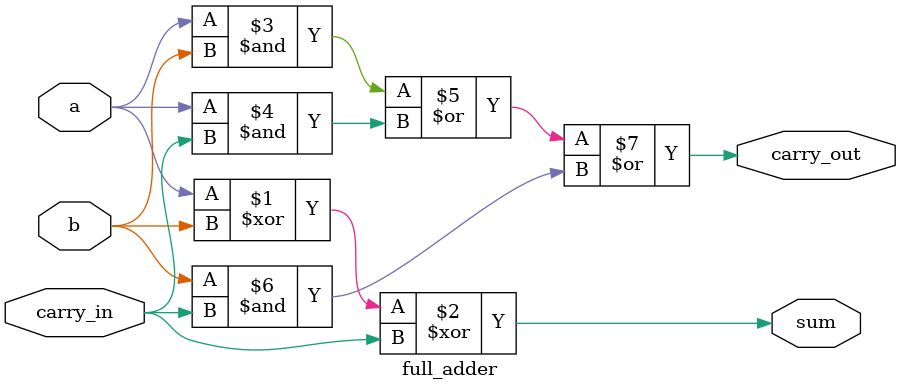
<source format=v>
module full_adder (
        input a , b , carry_in ,
        output sum , carry_out
);

assign sum = a ^ b ^ carry_in ;
assign carry_out = ( a & b ) | ( a & carry_in ) | ( b & carry_in ) ;

endmodule 

</source>
